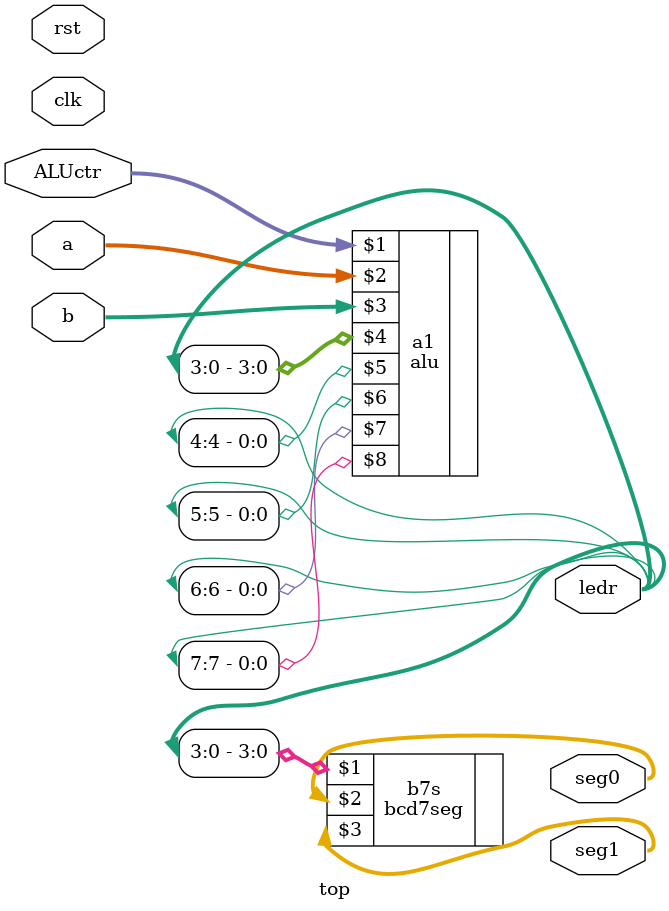
<source format=v>
module top(
    input clk,
    input rst,
    input [3:0] a,
    input [3:0] b,
    input [2:0] ALUctr,
    output [7:0] ledr,
    output [6:0] seg0,seg1 
);
    //reg [2:0] y;
    //reg z;
    //encode83 e83 (x, en, y, z);
    //led l (clk, rst, y, z, ledr);
    //bcd7seg b7s (y, seg0);
    alu a1(ALUctr,a,b,ledr[3:0],ledr[4],ledr[5],ledr[6],ledr[7]);
    bcd7seg b7s (ledr[3:0],seg0,seg1);
endmodule

</source>
